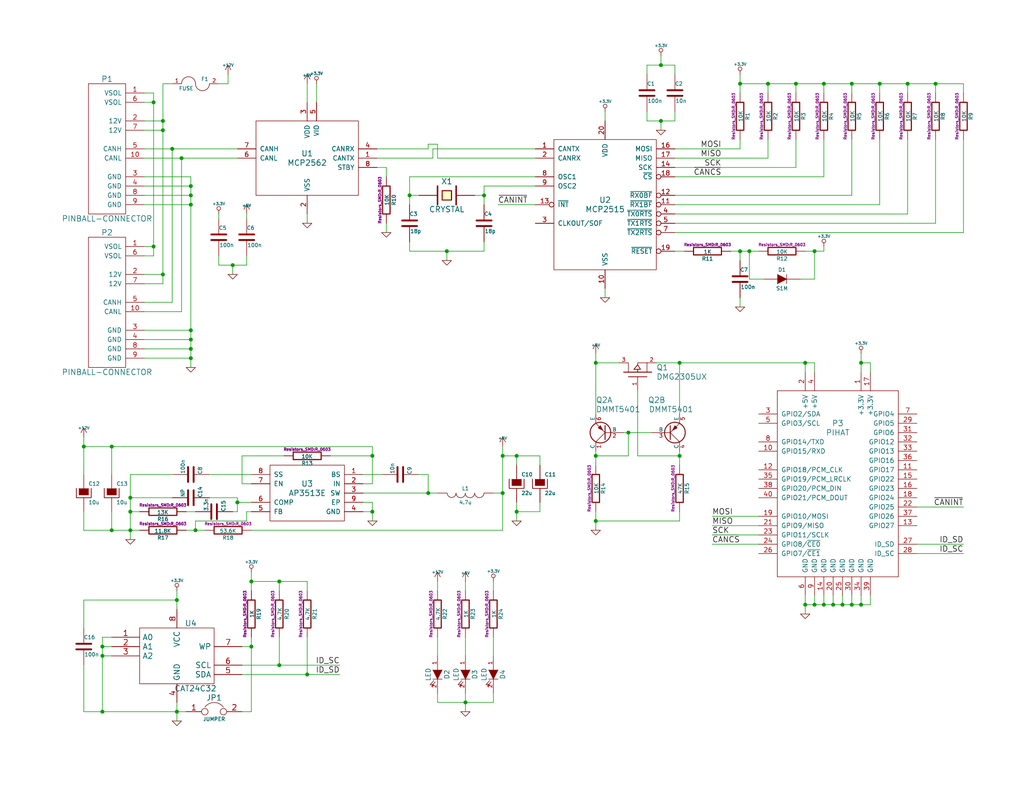
<source format=kicad_sch>
(kicad_sch (version 20230121) (generator eeschema)
  (paper "USLetter")
  (title_block (title "DIYPinball CAN HAT for Raspberry Pi") (date "Sunday, March 01, 2015") (rev "2.0") (company "DIYPinball.ca"))
  (junction (at 137.16 124.46))
  (junction (at 171.45 118.11))
  (junction (at 232.41 22.86))
  (junction (at 27.94 194.31))
  (junction (at 132.08 53.34))
  (junction (at 204.47 68.58))
  (junction (at 52.07 50.8))
  (junction (at 201.93 68.58))
  (junction (at 30.48 121.92))
  (junction (at 224.79 22.86))
  (junction (at 64.77 137.16))
  (junction (at 121.92 68.58))
  (junction (at 229.87 165.1))
  (junction (at 48.26 194.31))
  (junction (at 101.6 139.7))
  (junction (at 48.26 163.83))
  (junction (at 209.55 22.86))
  (junction (at 217.17 22.86))
  (junction (at 68.58 158.75))
  (junction (at 116.84 134.62))
  (junction (at 52.07 53.34))
  (junction (at 240.03 22.86))
  (junction (at 46.99 40.64))
  (junction (at 185.42 124.46))
  (junction (at 247.65 22.86))
  (junction (at 162.56 142.24))
  (junction (at 137.16 134.62))
  (junction (at 234.95 99.06))
  (junction (at 127 191.77))
  (junction (at 201.93 22.86))
  (junction (at 52.07 97.79))
  (junction (at 68.58 176.53))
  (junction (at 22.86 121.92))
  (junction (at 185.42 99.06))
  (junction (at 52.07 95.25))
  (junction (at 234.95 165.1))
  (junction (at 83.82 184.15))
  (junction (at 180.34 33.02))
  (junction (at 27.94 179.07))
  (junction (at 52.07 55.88))
  (junction (at 52.07 92.71))
  (junction (at 162.56 124.46))
  (junction (at 30.48 144.78))
  (junction (at 219.71 99.06))
  (junction (at 224.79 165.1))
  (junction (at 162.56 99.06))
  (junction (at 41.91 67.31))
  (junction (at 227.33 165.1))
  (junction (at 44.45 35.56))
  (junction (at 222.25 68.58))
  (junction (at 52.07 90.17))
  (junction (at 76.2 181.61))
  (junction (at 44.45 33.02))
  (junction (at 41.91 27.94))
  (junction (at 49.53 43.18))
  (junction (at 35.56 139.7))
  (junction (at 101.6 124.46))
  (junction (at 44.45 74.93))
  (junction (at 35.56 135.89))
  (junction (at 111.76 53.34))
  (junction (at 53.34 144.78))
  (junction (at 180.34 17.78))
  (junction (at 232.41 165.1))
  (junction (at 140.97 124.46))
  (junction (at 27.94 176.53))
  (junction (at 35.56 144.78))
  (junction (at 255.27 22.86))
  (junction (at 63.5 72.39))
  (junction (at 76.2 158.75))
  (junction (at 222.25 165.1))
  (junction (at 219.71 165.1))
  (junction (at 140.97 139.7))
  (wire (pts (xy 39.37 43.18) (xy 49.53 43.18)))
  (wire (pts (xy 201.93 22.86) (xy 209.55 22.86)))
  (wire (pts (xy 232.41 22.86) (xy 240.03 22.86)))
  (wire (pts (xy 66.04 132.08) (xy 68.58 132.08)))
  (wire (pts (xy 140.97 139.7) (xy 147.32 139.7)))
  (wire (pts (xy 147.32 139.7) (xy 147.32 137.16)))
  (wire (pts (xy 48.26 163.83) (xy 48.26 166.37)))
  (wire (pts (xy 119.38 39.37) (xy 119.38 43.18)))
  (wire (pts (xy 194.31 148.59) (xy 207.01 148.59)))
  (wire (pts (xy 30.48 144.78) (xy 35.56 144.78)))
  (wire (pts (xy 240.03 55.88) (xy 240.03 38.1)))
  (wire (pts (xy 76.2 158.75) (xy 76.2 161.29)))
  (wire (pts (xy 52.07 95.25) (xy 52.07 97.79)))
  (wire (pts (xy 180.34 33.02) (xy 184.15 33.02)))
  (wire (pts (xy 219.71 165.1) (xy 222.25 165.1)))
  (wire (pts (xy 48.26 161.29) (xy 48.26 163.83)))
  (wire (pts (xy 46.99 22.86) (xy 44.45 22.86)))
  (wire (pts (xy 39.37 92.71) (xy 52.07 92.71)))
  (wire (pts (xy 209.55 25.4) (xy 209.55 22.86)))
  (wire (pts (xy 39.37 53.34) (xy 52.07 53.34)))
  (wire (pts (xy 99.06 139.7) (xy 101.6 139.7)))
  (wire (pts (xy 99.06 134.62) (xy 116.84 134.62)))
  (wire (pts (xy 224.79 162.56) (xy 224.79 165.1)))
  (wire (pts (xy 140.97 139.7) (xy 140.97 142.24)))
  (wire (pts (xy 22.86 121.92) (xy 22.86 129.54)))
  (wire (pts (xy 90.17 124.46) (xy 101.6 124.46)))
  (wire (pts (xy 27.94 194.31) (xy 48.26 194.31)))
  (wire (pts (xy 116.84 39.37) (xy 119.38 39.37)))
  (wire (pts (xy 48.26 191.77) (xy 48.26 194.31)))
  (wire (pts (xy 44.45 35.56) (xy 44.45 74.93)))
  (wire (pts (xy 262.89 63.5) (xy 262.89 38.1)))
  (wire (pts (xy 99.06 129.54) (xy 104.14 129.54)))
  (wire (pts (xy 171.45 118.11) (xy 171.45 124.46)))
  (wire (pts (xy 194.31 143.51) (xy 207.01 143.51)))
  (wire (pts (xy 224.79 165.1) (xy 227.33 165.1)))
  (wire (pts (xy 173.99 106.68) (xy 173.99 124.46)))
  (wire (pts (xy 162.56 123.19) (xy 162.56 124.46)))
  (wire (pts (xy 67.31 72.39) (xy 67.31 69.85)))
  (wire (pts (xy 240.03 22.86) (xy 247.65 22.86)))
  (wire (pts (xy 219.71 68.58) (xy 222.25 68.58)))
  (wire (pts (xy 118.11 43.18) (xy 102.87 43.18)))
  (wire (pts (xy 184.15 63.5) (xy 262.89 63.5)))
  (wire (pts (xy 52.07 97.79) (xy 39.37 97.79)))
  (wire (pts (xy 44.45 33.02) (xy 44.45 35.56)))
  (wire (pts (xy 30.48 121.92) (xy 101.6 121.92)))
  (wire (pts (xy 218.44 76.2) (xy 222.25 76.2)))
  (wire (pts (xy 227.33 165.1) (xy 229.87 165.1)))
  (wire (pts (xy 22.86 144.78) (xy 22.86 139.7)))
  (wire (pts (xy 52.07 97.79) (xy 52.07 100.33)))
  (wire (pts (xy 146.05 40.64) (xy 118.11 40.64)))
  (wire (pts (xy 140.97 137.16) (xy 140.97 139.7)))
  (wire (pts (xy 132.08 53.34) (xy 132.08 55.88)))
  (wire (pts (xy 68.58 173.99) (xy 68.58 176.53)))
  (wire (pts (xy 83.82 22.86) (xy 83.82 27.94)))
  (wire (pts (xy 184.15 48.26) (xy 224.79 48.26)))
  (wire (pts (xy 68.58 156.21) (xy 68.58 158.75)))
  (wire (pts (xy 262.89 138.43) (xy 250.19 138.43)))
  (wire (pts (xy 204.47 76.2) (xy 204.47 68.58)))
  (wire (pts (xy 224.79 22.86) (xy 232.41 22.86)))
  (wire (pts (xy 116.84 134.62) (xy 116.84 129.54)))
  (wire (pts (xy 35.56 129.54) (xy 46.99 129.54)))
  (wire (pts (xy 48.26 163.83) (xy 22.86 163.83)))
  (wire (pts (xy 52.07 92.71) (xy 52.07 95.25)))
  (wire (pts (xy 52.07 53.34) (xy 52.07 55.88)))
  (wire (pts (xy 140.97 124.46) (xy 147.32 124.46)))
  (wire (pts (xy 66.04 181.61) (xy 76.2 181.61)))
  (wire (pts (xy 237.49 99.06) (xy 237.49 101.6)))
  (wire (pts (xy 35.56 129.54) (xy 35.56 135.89)))
  (wire (pts (xy 101.6 139.7) (xy 101.6 142.24)))
  (wire (pts (xy 201.93 71.12) (xy 201.93 68.58)))
  (wire (pts (xy 135.89 55.88) (xy 146.05 55.88)))
  (wire (pts (xy 222.25 165.1) (xy 222.25 162.56)))
  (wire (pts (xy 146.05 48.26) (xy 111.76 48.26)))
  (wire (pts (xy 67.31 139.7) (xy 67.31 142.24)))
  (wire (pts (xy 180.34 17.78) (xy 184.15 17.78)))
  (wire (pts (xy 111.76 53.34) (xy 111.76 55.88)))
  (wire (pts (xy 111.76 53.34) (xy 114.3 53.34)))
  (wire (pts (xy 22.86 119.38) (xy 22.86 121.92)))
  (wire (pts (xy 165.1 33.02) (xy 165.1 30.48)))
  (wire (pts (xy 83.82 60.96) (xy 83.82 58.42)))
  (wire (pts (xy 234.95 99.06) (xy 234.95 101.6)))
  (wire (pts (xy 171.45 124.46) (xy 162.56 124.46)))
  (wire (pts (xy 219.71 99.06) (xy 219.71 101.6)))
  (wire (pts (xy 39.37 55.88) (xy 52.07 55.88)))
  (wire (pts (xy 137.16 144.78) (xy 68.58 144.78)))
  (wire (pts (xy 59.69 58.42) (xy 59.69 59.69)))
  (wire (pts (xy 68.58 139.7) (xy 67.31 139.7)))
  (wire (pts (xy 101.6 132.08) (xy 99.06 132.08)))
  (wire (pts (xy 22.86 194.31) (xy 27.94 194.31)))
  (wire (pts (xy 46.99 82.55) (xy 46.99 40.64)))
  (wire (pts (xy 247.65 58.42) (xy 247.65 38.1)))
  (wire (pts (xy 39.37 95.25) (xy 52.07 95.25)))
  (wire (pts (xy 66.04 176.53) (xy 68.58 176.53)))
  (wire (pts (xy 134.62 191.77) (xy 134.62 189.23)))
  (wire (pts (xy 209.55 22.86) (xy 217.17 22.86)))
  (wire (pts (xy 116.84 134.62) (xy 119.38 134.62)))
  (wire (pts (xy 232.41 53.34) (xy 232.41 38.1)))
  (wire (pts (xy 48.26 194.31) (xy 48.26 196.85)))
  (wire (pts (xy 137.16 124.46) (xy 137.16 134.62)))
  (wire (pts (xy 170.18 118.11) (xy 171.45 118.11)))
  (wire (pts (xy 119.38 191.77) (xy 119.38 189.23)))
  (wire (pts (xy 41.91 67.31) (xy 41.91 69.85)))
  (wire (pts (xy 162.56 142.24) (xy 162.56 144.78)))
  (wire (pts (xy 50.8 144.78) (xy 53.34 144.78)))
  (wire (pts (xy 229.87 162.56) (xy 229.87 165.1)))
  (wire (pts (xy 134.62 161.29) (xy 134.62 158.75)))
  (wire (pts (xy 76.2 181.61) (xy 92.71 181.61)))
  (wire (pts (xy 111.76 68.58) (xy 121.92 68.58)))
  (wire (pts (xy 35.56 144.78) (xy 35.56 147.32)))
  (wire (pts (xy 137.16 134.62) (xy 137.16 144.78)))
  (wire (pts (xy 44.45 22.86) (xy 44.45 33.02)))
  (wire (pts (xy 86.36 22.86) (xy 86.36 27.94)))
  (wire (pts (xy 180.34 15.24) (xy 180.34 17.78)))
  (wire (pts (xy 127 161.29) (xy 127 158.75)))
  (wire (pts (xy 119.38 191.77) (xy 127 191.77)))
  (wire (pts (xy 234.95 96.52) (xy 234.95 99.06)))
  (wire (pts (xy 22.86 163.83) (xy 22.86 171.45)))
  (wire (pts (xy 101.6 137.16) (xy 101.6 139.7)))
  (wire (pts (xy 184.15 33.02) (xy 184.15 30.48)))
  (wire (pts (xy 127 191.77) (xy 134.62 191.77)))
  (wire (pts (xy 119.38 158.75) (xy 119.38 161.29)))
  (wire (pts (xy 64.77 135.89) (xy 57.15 135.89)))
  (wire (pts (xy 162.56 96.52) (xy 162.56 99.06)))
  (wire (pts (xy 30.48 176.53) (xy 27.94 176.53)))
  (wire (pts (xy 186.69 68.58) (xy 184.15 68.58)))
  (wire (pts (xy 64.77 135.89) (xy 64.77 137.16)))
  (wire (pts (xy 201.93 20.32) (xy 201.93 22.86)))
  (wire (pts (xy 46.99 135.89) (xy 35.56 135.89)))
  (wire (pts (xy 201.93 22.86) (xy 201.93 25.4)))
  (wire (pts (xy 185.42 123.19) (xy 185.42 124.46)))
  (wire (pts (xy 27.94 173.99) (xy 30.48 173.99)))
  (wire (pts (xy 146.05 50.8) (xy 132.08 50.8)))
  (wire (pts (xy 255.27 25.4) (xy 255.27 22.86)))
  (wire (pts (xy 68.58 129.54) (xy 57.15 129.54)))
  (wire (pts (xy 111.76 68.58) (xy 111.76 66.04)))
  (wire (pts (xy 229.87 165.1) (xy 232.41 165.1)))
  (wire (pts (xy 116.84 129.54) (xy 114.3 129.54)))
  (wire (pts (xy 30.48 144.78) (xy 30.48 139.7)))
  (wire (pts (xy 165.1 81.28) (xy 165.1 78.74)))
  (wire (pts (xy 59.69 72.39) (xy 63.5 72.39)))
  (wire (pts (xy 22.86 144.78) (xy 30.48 144.78)))
  (wire (pts (xy 63.5 74.93) (xy 63.5 72.39)))
  (wire (pts (xy 237.49 165.1) (xy 237.49 162.56)))
  (wire (pts (xy 185.42 124.46) (xy 185.42 127)))
  (wire (pts (xy 39.37 90.17) (xy 52.07 90.17)))
  (wire (pts (xy 208.28 76.2) (xy 204.47 76.2)))
  (wire (pts (xy 66.04 184.15) (xy 83.82 184.15)))
  (wire (pts (xy 168.91 99.06) (xy 162.56 99.06)))
  (wire (pts (xy 199.39 68.58) (xy 201.93 68.58)))
  (wire (pts (xy 132.08 68.58) (xy 132.08 66.04)))
  (wire (pts (xy 27.94 173.99) (xy 27.94 176.53)))
  (wire (pts (xy 134.62 179.07) (xy 134.62 173.99)))
  (wire (pts (xy 255.27 60.96) (xy 255.27 38.1)))
  (wire (pts (xy 68.58 158.75) (xy 76.2 158.75)))
  (wire (pts (xy 185.42 142.24) (xy 162.56 142.24)))
  (wire (pts (xy 176.53 33.02) (xy 180.34 33.02)))
  (wire (pts (xy 116.84 40.64) (xy 116.84 39.37)))
  (wire (pts (xy 222.25 76.2) (xy 222.25 68.58)))
  (wire (pts (xy 184.15 43.18) (xy 209.55 43.18)))
  (wire (pts (xy 52.07 50.8) (xy 52.07 53.34)))
  (wire (pts (xy 44.45 74.93) (xy 44.45 77.47)))
  (wire (pts (xy 68.58 137.16) (xy 64.77 137.16)))
  (wire (pts (xy 132.08 53.34) (xy 129.54 53.34)))
  (wire (pts (xy 53.34 144.78) (xy 55.88 144.78)))
  (wire (pts (xy 184.15 17.78) (xy 184.15 20.32)))
  (wire (pts (xy 67.31 58.42) (xy 67.31 59.69)))
  (wire (pts (xy 176.53 17.78) (xy 176.53 20.32)))
  (wire (pts (xy 184.15 58.42) (xy 247.65 58.42)))
  (wire (pts (xy 35.56 135.89) (xy 35.56 139.7)))
  (wire (pts (xy 162.56 99.06) (xy 162.56 113.03)))
  (wire (pts (xy 262.89 151.13) (xy 250.19 151.13)))
  (wire (pts (xy 222.25 68.58) (xy 224.79 68.58)))
  (wire (pts (xy 38.1 139.7) (xy 35.56 139.7)))
  (wire (pts (xy 39.37 35.56) (xy 44.45 35.56)))
  (wire (pts (xy 184.15 40.64) (xy 201.93 40.64)))
  (wire (pts (xy 255.27 22.86) (xy 262.89 22.86)))
  (wire (pts (xy 201.93 68.58) (xy 204.47 68.58)))
  (wire (pts (xy 64.77 137.16) (xy 64.77 139.7)))
  (wire (pts (xy 137.16 124.46) (xy 140.97 124.46)))
  (wire (pts (xy 22.86 194.31) (xy 22.86 181.61)))
  (wire (pts (xy 63.5 72.39) (xy 67.31 72.39)))
  (wire (pts (xy 66.04 124.46) (xy 66.04 132.08)))
  (wire (pts (xy 41.91 69.85) (xy 39.37 69.85)))
  (wire (pts (xy 59.69 72.39) (xy 59.69 69.85)))
  (wire (pts (xy 99.06 137.16) (xy 101.6 137.16)))
  (wire (pts (xy 22.86 121.92) (xy 30.48 121.92)))
  (wire (pts (xy 127 189.23) (xy 127 191.77)))
  (wire (pts (xy 49.53 85.09) (xy 39.37 85.09)))
  (wire (pts (xy 30.48 179.07) (xy 27.94 179.07)))
  (wire (pts (xy 53.34 139.7) (xy 50.8 139.7)))
  (wire (pts (xy 137.16 121.92) (xy 137.16 124.46)))
  (wire (pts (xy 179.07 99.06) (xy 185.42 99.06)))
  (wire (pts (xy 83.82 158.75) (xy 83.82 161.29)))
  (wire (pts (xy 176.53 17.78) (xy 180.34 17.78)))
  (wire (pts (xy 184.15 53.34) (xy 232.41 53.34)))
  (wire (pts (xy 27.94 179.07) (xy 27.94 194.31)))
  (wire (pts (xy 132.08 50.8) (xy 132.08 53.34)))
  (wire (pts (xy 68.58 176.53) (xy 68.58 194.31)))
  (wire (pts (xy 35.56 144.78) (xy 38.1 144.78)))
  (wire (pts (xy 224.79 25.4) (xy 224.79 22.86)))
  (wire (pts (xy 44.45 33.02) (xy 39.37 33.02)))
  (wire (pts (xy 240.03 25.4) (xy 240.03 22.86)))
  (wire (pts (xy 101.6 124.46) (xy 101.6 132.08)))
  (wire (pts (xy 41.91 27.94) (xy 41.91 67.31)))
  (wire (pts (xy 262.89 22.86) (xy 262.89 25.4)))
  (wire (pts (xy 67.31 142.24) (xy 53.34 142.24)))
  (wire (pts (xy 105.41 63.5) (xy 105.41 60.96)))
  (wire (pts (xy 232.41 165.1) (xy 234.95 165.1)))
  (wire (pts (xy 76.2 158.75) (xy 83.82 158.75)))
  (wire (pts (xy 127 179.07) (xy 127 173.99)))
  (wire (pts (xy 176.53 30.48) (xy 176.53 33.02)))
  (wire (pts (xy 44.45 77.47) (xy 39.37 77.47)))
  (wire (pts (xy 234.95 162.56) (xy 234.95 165.1)))
  (wire (pts (xy 83.82 184.15) (xy 92.71 184.15)))
  (wire (pts (xy 111.76 48.26) (xy 111.76 53.34)))
  (wire (pts (xy 222.25 165.1) (xy 224.79 165.1)))
  (wire (pts (xy 119.38 43.18) (xy 146.05 43.18)))
  (wire (pts (xy 162.56 124.46) (xy 162.56 127)))
  (wire (pts (xy 185.42 99.06) (xy 219.71 99.06)))
  (wire (pts (xy 219.71 162.56) (xy 219.71 165.1)))
  (wire (pts (xy 217.17 45.72) (xy 217.17 38.1)))
  (wire (pts (xy 27.94 176.53) (xy 27.94 179.07)))
  (wire (pts (xy 201.93 83.82) (xy 201.93 81.28)))
  (wire (pts (xy 52.07 55.88) (xy 52.07 90.17)))
  (wire (pts (xy 209.55 43.18) (xy 209.55 38.1)))
  (wire (pts (xy 39.37 40.64) (xy 46.99 40.64)))
  (wire (pts (xy 180.34 33.02) (xy 180.34 35.56)))
  (wire (pts (xy 137.16 134.62) (xy 134.62 134.62)))
  (wire (pts (xy 52.07 90.17) (xy 52.07 92.71)))
  (wire (pts (xy 185.42 113.03) (xy 185.42 99.06)))
  (wire (pts (xy 224.79 48.26) (xy 224.79 38.1)))
  (wire (pts (xy 247.65 22.86) (xy 255.27 22.86)))
  (wire (pts (xy 184.15 45.72) (xy 217.17 45.72)))
  (wire (pts (xy 194.31 140.97) (xy 207.01 140.97)))
  (wire (pts (xy 30.48 129.54) (xy 30.48 121.92)))
  (wire (pts (xy 127 191.77) (xy 127 194.31)))
  (wire (pts (xy 68.58 194.31) (xy 66.04 194.31)))
  (wire (pts (xy 64.77 139.7) (xy 63.5 139.7)))
  (wire (pts (xy 232.41 165.1) (xy 232.41 162.56)))
  (wire (pts (xy 247.65 25.4) (xy 247.65 22.86)))
  (wire (pts (xy 62.23 22.86) (xy 59.69 22.86)))
  (wire (pts (xy 39.37 25.4) (xy 41.91 25.4)))
  (wire (pts (xy 222.25 99.06) (xy 222.25 101.6)))
  (wire (pts (xy 173.99 124.46) (xy 185.42 124.46)))
  (wire (pts (xy 224.79 68.58) (xy 224.79 67.31)))
  (wire (pts (xy 105.41 48.26) (xy 105.41 45.72)))
  (wire (pts (xy 41.91 25.4) (xy 41.91 27.94)))
  (wire (pts (xy 68.58 158.75) (xy 68.58 161.29)))
  (wire (pts (xy 35.56 139.7) (xy 35.56 144.78)))
  (wire (pts (xy 227.33 165.1) (xy 227.33 162.56)))
  (wire (pts (xy 217.17 25.4) (xy 217.17 22.86)))
  (wire (pts (xy 121.92 71.12) (xy 121.92 68.58)))
  (wire (pts (xy 185.42 139.7) (xy 185.42 142.24)))
  (wire (pts (xy 48.26 194.31) (xy 50.8 194.31)))
  (wire (pts (xy 234.95 99.06) (xy 237.49 99.06)))
  (wire (pts (xy 39.37 67.31) (xy 41.91 67.31)))
  (wire (pts (xy 44.45 74.93) (xy 39.37 74.93)))
  (wire (pts (xy 77.47 124.46) (xy 66.04 124.46)))
  (wire (pts (xy 262.89 148.59) (xy 250.19 148.59)))
  (wire (pts (xy 49.53 43.18) (xy 49.53 85.09)))
  (wire (pts (xy 162.56 139.7) (xy 162.56 142.24)))
  (wire (pts (xy 234.95 165.1) (xy 237.49 165.1)))
  (wire (pts (xy 52.07 48.26) (xy 52.07 50.8)))
  (wire (pts (xy 119.38 179.07) (xy 119.38 173.99)))
  (wire (pts (xy 101.6 121.92) (xy 101.6 124.46)))
  (wire (pts (xy 201.93 40.64) (xy 201.93 38.1)))
  (wire (pts (xy 204.47 68.58) (xy 207.01 68.58)))
  (wire (pts (xy 121.92 68.58) (xy 132.08 68.58)))
  (wire (pts (xy 49.53 43.18) (xy 64.77 43.18)))
  (wire (pts (xy 83.82 184.15) (xy 83.82 173.99)))
  (wire (pts (xy 62.23 20.32) (xy 62.23 22.86)))
  (wire (pts (xy 46.99 40.64) (xy 64.77 40.64)))
  (wire (pts (xy 102.87 40.64) (xy 116.84 40.64)))
  (wire (pts (xy 171.45 118.11) (xy 177.8 118.11)))
  (wire (pts (xy 194.31 146.05) (xy 207.01 146.05)))
  (wire (pts (xy 217.17 22.86) (xy 224.79 22.86)))
  (wire (pts (xy 140.97 127) (xy 140.97 124.46)))
  (wire (pts (xy 184.15 60.96) (xy 255.27 60.96)))
  (wire (pts (xy 39.37 48.26) (xy 52.07 48.26)))
  (wire (pts (xy 53.34 142.24) (xy 53.34 144.78)))
  (wire (pts (xy 147.32 124.46) (xy 147.32 127)))
  (wire (pts (xy 219.71 165.1) (xy 219.71 167.64)))
  (wire (pts (xy 39.37 50.8) (xy 52.07 50.8)))
  (wire (pts (xy 39.37 82.55) (xy 46.99 82.55)))
  (wire (pts (xy 41.91 27.94) (xy 39.37 27.94)))
  (wire (pts (xy 105.41 45.72) (xy 102.87 45.72)))
  (wire (pts (xy 118.11 40.64) (xy 118.11 43.18)))
  (wire (pts (xy 232.41 25.4) (xy 232.41 22.86)))
  (wire (pts (xy 219.71 99.06) (xy 222.25 99.06)))
  (wire (pts (xy 184.15 55.88) (xy 240.03 55.88)))
  (wire (pts (xy 76.2 181.61) (xy 76.2 173.99)))
  (label "SCK" (at 196.85 45.72 180) (effects (font (size 1.524 1.524))))
  (label "ID_SC" (at 262.89 151.13 180) (effects (font (size 1.524 1.524))))
  (label "ID_SD" (at 92.71 184.15 180) (effects (font (size 1.524 1.524))))
  (label "ID_SC" (at 92.71 181.61 180) (effects (font (size 1.524 1.524))))
  (label "~{CANINT}" (at 262.89 138.43 180) (effects (font (size 1.524 1.524))))
  (label "~{CANCS}" (at 196.85 48.26 180) (effects (font (size 1.524 1.524))))
  (label "MISO" (at 194.31 143.51 0) (effects (font (size 1.524 1.524))))
  (label "SCK" (at 194.31 146.05 0) (effects (font (size 1.524 1.524))))
  (label "~{CANCS}" (at 194.31 148.59 0) (effects (font (size 1.524 1.524))))
  (label "ID_SD" (at 262.89 148.59 180) (effects (font (size 1.524 1.524))))
  (label "~{CANINT}" (at 135.89 55.88 0) (effects (font (size 1.524 1.524))))
  (label "MOSI" (at 194.31 140.97 0) (effects (font (size 1.524 1.524))))
  (label "MISO" (at 196.85 43.18 180) (effects (font (size 1.524 1.524))))
  (label "MOSI" (at 196.85 40.64 180) (effects (font (size 1.524 1.524))))
  (symbol (lib_id "diypinball-parts:PINBALL-CONNECTOR") (at 29.21 40.64 0) (unit 1)
    (property "Reference" "P1" (at 29.21 21.59 0) (effects (font (size 1.524 1.524))))
    (property "Value" "PINBALL-CONNECTOR" (at 29.21 59.69 0) (effects (font (size 1.524 1.524))))
    (property "Footprint" "PinballParts:PINBALL-CONNECTOR-V" (effects hide))
  )
  (symbol (lib_id "diypinball-parts:PINBALL-CONNECTOR") (at 29.21 82.55 0) (unit 1)
    (property "Reference" "P2" (at 29.21 63.5 0) (effects (font (size 1.524 1.524))))
    (property "Value" "PINBALL-CONNECTOR" (at 29.21 101.6 0) (effects (font (size 1.524 1.524))))
    (property "Footprint" "PinballParts:PINBALL-CONNECTOR-V" (effects hide))
  )
  (symbol (lib_id "diypinball-parts:MCP2562") (at 83.82 43.18 0) (mirror y) (unit 1)
    (property "Reference" "U1" (at 83.82 41.91 0) (effects (font (size 1.524 1.524))))
    (property "Value" "MCP2562" (at 83.82 44.45 0) (effects (font (size 1.524 1.524))))
    (property "Footprint" "Housings_SOIC:SOIC-8_3.9x4.9mm_Pitch1.27mm" (effects hide))
  )
  (symbol (lib_id "diypinball-parts:MCP2515") (at 165.1 55.88 0) (mirror y) (unit 1)
    (property "Reference" "U2" (at 165.1 54.61 0) (effects (font (size 1.524 1.524))))
    (property "Value" "MCP2515" (at 165.1 57.15 0) (effects (font (size 1.524 1.524))))
    (property "Footprint" "Housings_SSOP:SSOP-20_4.4x6.5mm_Pitch0.65mm" (effects hide))
  )
  (symbol (lib_id "diypinball-parts:AP3513E") (at 83.82 134.62 0) (mirror y) (unit 1)
    (property "Reference" "U3" (at 83.82 132.08 0) (effects (font (size 1.524 1.524))))
    (property "Value" "AP3513E" (at 83.82 134.62 0) (effects (font (size 1.524 1.524))))
    (property "Footprint" "Housings_SOIC:SOIC-8-1EP_3.9x4.9mm_Pitch1.27mm" (effects hide))
  )
  (symbol (lib_id "can-hat-r1-rescue:GND-RESCUE-can-hat-r1") (at 52.07 100.33 0) (unit 1)
    (property "Reference" "#PWR01" (effects hide))
    (property "Value" "GND" (effects hide))
  )
  (symbol (lib_id "can-hat-r1-rescue:GND-RESCUE-can-hat-r1") (at 83.82 60.96 0) (unit 1)
    (property "Reference" "#PWR02" (effects hide))
    (property "Value" "GND" (effects hide))
  )
  (symbol (lib_id "can-hat-r1-rescue:+5V") (at 83.82 22.86 0) (unit 1)
    (property "Reference" "#PWR03" (effects hide))
    (property "Value" "+5V" (at 83.82 20.574 0) (effects (font (size 0.762 0.762))))
  )
  (symbol (lib_id "can-hat-r1-rescue:+3,3V") (at 86.36 22.86 0) (unit 1)
    (property "Reference" "#PWR04" (effects hide))
    (property "Value" "+3,3V" (at 86.36 20.066 0) (effects (font (size 0.762 0.762))))
  )
  (symbol (lib_id "can-hat-r1-rescue:+3,3V") (at 165.1 30.48 0) (unit 1)
    (property "Reference" "#PWR05" (effects hide))
    (property "Value" "+3,3V" (at 165.1 27.686 0) (effects (font (size 0.762 0.762))))
  )
  (symbol (lib_id "can-hat-r1-rescue:GND-RESCUE-can-hat-r1") (at 165.1 81.28 0) (unit 1)
    (property "Reference" "#PWR06" (effects hide))
    (property "Value" "GND" (effects hide))
  )
  (symbol (lib_id "can-hat-r1-rescue:GND-RESCUE-can-hat-r1") (at 101.6 142.24 0) (mirror y) (unit 1)
    (property "Reference" "#PWR07" (effects hide))
    (property "Value" "GND" (effects hide))
  )
  (symbol (lib_id "diypinball-parts:PIHAT") (at 228.6 132.08 0) (unit 1)
    (property "Reference" "P3" (at 228.6 115.57 0) (effects (font (size 1.524 1.524))))
    (property "Value" "PIHAT" (at 228.6 118.11 0) (effects (font (size 1.524 1.524))))
    (property "Footprint" "PinballParts:PIHAT" (effects hide))
  )
  (symbol (lib_id "can-hat-r1-rescue:GND-RESCUE-can-hat-r1") (at 219.71 167.64 0) (unit 1)
    (property "Reference" "#PWR08" (effects hide))
    (property "Value" "GND" (effects hide))
  )
  (symbol (lib_id "can-hat-r1-rescue:R-RESCUE-can-hat-r1") (at 201.93 31.75 0) (unit 1)
    (property "Reference" "R1" (at 203.962 31.75 90) (effects (font (size 1.016 1.016))))
    (property "Value" "10K" (at 202.1078 31.7246 90) (effects (font (size 1.016 1.016))))
    (property "Footprint" "Resistors_SMD:R_0603" (at 200.152 31.75 90) (effects (font (size 0.762 0.762))))
  )
  (symbol (lib_id "can-hat-r1-rescue:R-RESCUE-can-hat-r1") (at 209.55 31.75 0) (unit 1)
    (property "Reference" "R2" (at 211.582 31.75 90) (effects (font (size 1.016 1.016))))
    (property "Value" "10K" (at 209.7278 31.7246 90) (effects (font (size 1.016 1.016))))
    (property "Footprint" "Resistors_SMD:R_0603" (at 207.772 31.75 90) (effects (font (size 0.762 0.762))))
  )
  (symbol (lib_id "can-hat-r1-rescue:R-RESCUE-can-hat-r1") (at 217.17 31.75 0) (unit 1)
    (property "Reference" "R3" (at 219.202 31.75 90) (effects (font (size 1.016 1.016))))
    (property "Value" "10K" (at 217.3478 31.7246 90) (effects (font (size 1.016 1.016))))
    (property "Footprint" "Resistors_SMD:R_0603" (at 215.392 31.75 90) (effects (font (size 0.762 0.762))))
  )
  (symbol (lib_id "can-hat-r1-rescue:R-RESCUE-can-hat-r1") (at 224.79 31.75 0) (unit 1)
    (property "Reference" "R4" (at 226.822 31.75 90) (effects (font (size 1.016 1.016))))
    (property "Value" "10K" (at 224.9678 31.7246 90) (effects (font (size 1.016 1.016))))
    (property "Footprint" "Resistors_SMD:R_0603" (at 223.012 31.75 90) (effects (font (size 0.762 0.762))))
  )
  (symbol (lib_id "can-hat-r1-rescue:R-RESCUE-can-hat-r1") (at 232.41 31.75 0) (unit 1)
    (property "Reference" "R5" (at 234.442 31.75 90) (effects (font (size 1.016 1.016))))
    (property "Value" "10K" (at 232.5878 31.7246 90) (effects (font (size 1.016 1.016))))
    (property "Footprint" "Resistors_SMD:R_0603" (at 230.632 31.75 90) (effects (font (size 0.762 0.762))))
  )
  (symbol (lib_id "can-hat-r1-rescue:R-RESCUE-can-hat-r1") (at 240.03 31.75 0) (unit 1)
    (property "Reference" "R6" (at 242.062 31.75 90) (effects (font (size 1.016 1.016))))
    (property "Value" "10K" (at 240.2078 31.7246 90) (effects (font (size 1.016 1.016))))
    (property "Footprint" "Resistors_SMD:R_0603" (at 238.252 31.75 90) (effects (font (size 0.762 0.762))))
  )
  (symbol (lib_id "can-hat-r1-rescue:R-RESCUE-can-hat-r1") (at 247.65 31.75 0) (unit 1)
    (property "Reference" "R7" (at 249.682 31.75 90) (effects (font (size 1.016 1.016))))
    (property "Value" "10K" (at 247.8278 31.7246 90) (effects (font (size 1.016 1.016))))
    (property "Footprint" "Resistors_SMD:R_0603" (at 245.872 31.75 90) (effects (font (size 0.762 0.762))))
  )
  (symbol (lib_id "can-hat-r1-rescue:R-RESCUE-can-hat-r1") (at 255.27 31.75 0) (unit 1)
    (property "Reference" "R8" (at 257.302 31.75 90) (effects (font (size 1.016 1.016))))
    (property "Value" "10K" (at 255.4478 31.7246 90) (effects (font (size 1.016 1.016))))
    (property "Footprint" "Resistors_SMD:R_0603" (at 253.492 31.75 90) (effects (font (size 0.762 0.762))))
  )
  (symbol (lib_id "can-hat-r1-rescue:R-RESCUE-can-hat-r1") (at 262.89 31.75 0) (unit 1)
    (property "Reference" "R9" (at 264.922 31.75 90) (effects (font (size 1.016 1.016))))
    (property "Value" "10K" (at 263.0678 31.7246 90) (effects (font (size 1.016 1.016))))
    (property "Footprint" "Resistors_SMD:R_0603" (at 261.112 31.75 90) (effects (font (size 0.762 0.762))))
  )
  (symbol (lib_id "can-hat-r1-rescue:+3,3V") (at 201.93 20.32 0) (unit 1)
    (property "Reference" "#PWR09" (effects hide))
    (property "Value" "+3,3V" (at 201.93 17.526 0) (effects (font (size 0.762 0.762))))
  )
  (symbol (lib_id "can-hat-r1-rescue:C-RESCUE-can-hat-r1") (at 176.53 25.4 0) (unit 1)
    (property "Reference" "C1" (at 176.53 22.86 0) (effects (font (size 1.016 1.016)) (justify left)))
    (property "Value" "100n" (at 176.6824 27.559 0) (effects (font (size 1.016 1.016)) (justify left)))
    (property "Footprint" "Capacitors_SMD:C_0603" (effects hide))
  )
  (symbol (lib_id "can-hat-r1-rescue:C-RESCUE-can-hat-r1") (at 184.15 25.4 0) (unit 1)
    (property "Reference" "C2" (at 184.15 22.86 0) (effects (font (size 1.016 1.016)) (justify left)))
    (property "Value" "10n" (at 184.3024 27.559 0) (effects (font (size 1.016 1.016)) (justify left)))
    (property "Footprint" "Capacitors_SMD:C_0603" (effects hide))
  )
  (symbol (lib_id "can-hat-r1-rescue:GND-RESCUE-can-hat-r1") (at 180.34 35.56 0) (unit 1)
    (property "Reference" "#PWR010" (effects hide))
    (property "Value" "GND" (effects hide))
  )
  (symbol (lib_id "can-hat-r1-rescue:+3,3V") (at 180.34 15.24 0) (unit 1)
    (property "Reference" "#PWR011" (effects hide))
    (property "Value" "+3,3V" (at 180.34 12.446 0) (effects (font (size 0.762 0.762))))
  )
  (symbol (lib_id "can-hat-r1-rescue:C-RESCUE-can-hat-r1") (at 59.69 64.77 0) (unit 1)
    (property "Reference" "C5" (at 59.69 62.23 0) (effects (font (size 1.016 1.016)) (justify left)))
    (property "Value" "100n" (at 59.8424 66.929 0) (effects (font (size 1.016 1.016)) (justify left)))
    (property "Footprint" "Capacitors_SMD:C_0603" (effects hide))
  )
  (symbol (lib_id "can-hat-r1-rescue:C-RESCUE-can-hat-r1") (at 67.31 64.77 0) (unit 1)
    (property "Reference" "C6" (at 67.31 62.23 0) (effects (font (size 1.016 1.016)) (justify left)))
    (property "Value" "100n" (at 67.4624 66.929 0) (effects (font (size 1.016 1.016)) (justify left)))
    (property "Footprint" "Capacitors_SMD:C_0603" (effects hide))
  )
  (symbol (lib_id "can-hat-r1-rescue:GND-RESCUE-can-hat-r1") (at 63.5 74.93 0) (unit 1)
    (property "Reference" "#PWR012" (effects hide))
    (property "Value" "GND" (effects hide))
  )
  (symbol (lib_id "can-hat-r1-rescue:+3,3V") (at 59.69 58.42 0) (unit 1)
    (property "Reference" "#PWR013" (effects hide))
    (property "Value" "+3,3V" (at 59.69 55.626 0) (effects (font (size 0.762 0.762))))
  )
  (symbol (lib_id "can-hat-r1-rescue:+5V") (at 67.31 58.42 0) (unit 1)
    (property "Reference" "#PWR014" (effects hide))
    (property "Value" "+5V" (at 67.31 56.134 0) (effects (font (size 0.762 0.762))))
  )
  (symbol (lib_id "can-hat-r1-rescue:R-RESCUE-can-hat-r1") (at 193.04 68.58 270) (unit 1)
    (property "Reference" "R11" (at 193.04 70.612 90) (effects (font (size 1.016 1.016))))
    (property "Value" "1K" (at 193.0654 68.7578 90) (effects (font (size 1.016 1.016))))
    (property "Footprint" "Resistors_SMD:R_0603" (at 193.04 66.802 90) (effects (font (size 0.762 0.762))))
  )
  (symbol (lib_id "can-hat-r1-rescue:C-RESCUE-can-hat-r1") (at 201.93 76.2 0) (unit 1)
    (property "Reference" "C7" (at 201.93 73.66 0) (effects (font (size 1.016 1.016)) (justify left)))
    (property "Value" "100n" (at 202.0824 78.359 0) (effects (font (size 1.016 1.016)) (justify left)))
    (property "Footprint" "Capacitors_SMD:C_0603" (effects hide))
  )
  (symbol (lib_id "can-hat-r1-rescue:R-RESCUE-can-hat-r1") (at 213.36 68.58 270) (unit 1)
    (property "Reference" "R12" (at 213.36 70.612 90) (effects (font (size 1.016 1.016))))
    (property "Value" "10K" (at 213.3854 68.7578 90) (effects (font (size 1.016 1.016))))
    (property "Footprint" "Resistors_SMD:R_0603" (at 213.36 66.802 90) (effects (font (size 0.762 0.762))))
  )
  (symbol (lib_id "can-hat-r1-rescue:DIODE") (at 213.36 76.2 0) (unit 1)
    (property "Reference" "D1" (at 213.36 73.66 0) (effects (font (size 1.016 1.016))))
    (property "Value" "S1M" (at 213.36 78.74 0) (effects (font (size 1.016 1.016))))
    (property "Footprint" "Diodes_SMD:Diode-SMA_Standard" (effects hide))
  )
  (symbol (lib_id "can-hat-r1-rescue:GND-RESCUE-can-hat-r1") (at 201.93 83.82 0) (unit 1)
    (property "Reference" "#PWR015" (effects hide))
    (property "Value" "GND" (effects hide))
  )
  (symbol (lib_id "can-hat-r1-rescue:+3,3V") (at 224.79 67.31 0) (unit 1)
    (property "Reference" "#PWR016" (effects hide))
    (property "Value" "+3,3V" (at 224.79 64.516 0) (effects (font (size 0.762 0.762))))
  )
  (symbol (lib_id "can-hat-r1-rescue:R-RESCUE-can-hat-r1") (at 105.41 54.61 0) (unit 1)
    (property "Reference" "R10" (at 107.442 54.61 90) (effects (font (size 1.016 1.016))))
    (property "Value" "10K" (at 105.5878 54.5846 90) (effects (font (size 1.016 1.016))))
    (property "Footprint" "Resistors_SMD:R_0603" (at 103.632 54.61 90) (effects (font (size 0.762 0.762))))
  )
  (symbol (lib_id "can-hat-r1-rescue:GND-RESCUE-can-hat-r1") (at 105.41 63.5 0) (unit 1)
    (property "Reference" "#PWR017" (effects hide))
    (property "Value" "GND" (effects hide))
  )
  (symbol (lib_id "can-hat-r1-rescue:CRYSTAL") (at 121.92 53.34 0) (unit 1)
    (property "Reference" "X1" (at 121.92 49.53 0) (effects (font (size 1.524 1.524))))
    (property "Value" "CRYSTAL" (at 121.92 57.15 0) (effects (font (size 1.524 1.524))))
    (property "Footprint" "Crystals_Oscillators_SMD:Q_49U3HMS" (effects hide))
  )
  (symbol (lib_id "can-hat-r1-rescue:C-RESCUE-can-hat-r1") (at 111.76 60.96 0) (unit 1)
    (property "Reference" "C3" (at 111.76 58.42 0) (effects (font (size 1.016 1.016)) (justify left)))
    (property "Value" "18p" (at 111.9124 63.119 0) (effects (font (size 1.016 1.016)) (justify left)))
    (property "Footprint" "Capacitors_SMD:C_0603" (effects hide))
  )
  (symbol (lib_id "can-hat-r1-rescue:C-RESCUE-can-hat-r1") (at 132.08 60.96 0) (unit 1)
    (property "Reference" "C4" (at 132.08 58.42 0) (effects (font (size 1.016 1.016)) (justify left)))
    (property "Value" "18p" (at 132.2324 63.119 0) (effects (font (size 1.016 1.016)) (justify left)))
    (property "Footprint" "Capacitors_SMD:C_0603" (effects hide))
  )
  (symbol (lib_id "can-hat-r1-rescue:GND-RESCUE-can-hat-r1") (at 121.92 71.12 0) (unit 1)
    (property "Reference" "#PWR018" (effects hide))
    (property "Value" "GND" (effects hide))
  )
  (symbol (lib_id "can-hat-r1-rescue:24C16") (at 48.26 179.07 0) (unit 1)
    (property "Reference" "U4" (at 52.07 170.18 0) (effects (font (size 1.524 1.524))))
    (property "Value" "CAT24C32" (at 53.34 187.96 0) (effects (font (size 1.524 1.524))))
    (property "Footprint" "Housings_SOIC:SOIC-8_3.9x4.9mm_Pitch1.27mm" (effects hide))
  )
  (symbol (lib_id "can-hat-r1-rescue:GND-RESCUE-can-hat-r1") (at 48.26 196.85 0) (unit 1)
    (property "Reference" "#PWR019" (effects hide))
    (property "Value" "GND" (effects hide))
  )
  (symbol (lib_id "can-hat-r1-rescue:+3,3V") (at 48.26 161.29 0) (unit 1)
    (property "Reference" "#PWR020" (effects hide))
    (property "Value" "+3,3V" (at 48.26 158.496 0) (effects (font (size 0.762 0.762))))
  )
  (symbol (lib_id "can-hat-r1-rescue:C-RESCUE-can-hat-r1") (at 22.86 176.53 0) (unit 1)
    (property "Reference" "C16" (at 22.86 173.99 0) (effects (font (size 1.016 1.016)) (justify left)))
    (property "Value" "100n" (at 23.0124 178.689 0) (effects (font (size 1.016 1.016)) (justify left)))
    (property "Footprint" "Capacitors_SMD:C_0603" (effects hide))
  )
  (symbol (lib_id "can-hat-r1-rescue:R-RESCUE-can-hat-r1") (at 68.58 167.64 0) (unit 1)
    (property "Reference" "R19" (at 70.612 167.64 90) (effects (font (size 1.016 1.016))))
    (property "Value" "1K" (at 68.7578 167.6146 90) (effects (font (size 1.016 1.016))))
    (property "Footprint" "Resistors_SMD:R_0603" (at 66.802 167.64 90) (effects (font (size 0.762 0.762))))
  )
  (symbol (lib_id "can-hat-r1-rescue:R-RESCUE-can-hat-r1") (at 76.2 167.64 0) (unit 1)
    (property "Reference" "R20" (at 78.232 167.64 90) (effects (font (size 1.016 1.016))))
    (property "Value" "4.7K" (at 76.3778 167.6146 90) (effects (font (size 1.016 1.016))))
    (property "Footprint" "Resistors_SMD:R_0603" (at 74.422 167.64 90) (effects (font (size 0.762 0.762))))
  )
  (symbol (lib_id "can-hat-r1-rescue:R-RESCUE-can-hat-r1") (at 83.82 167.64 0) (unit 1)
    (property "Reference" "R21" (at 85.852 167.64 90) (effects (font (size 1.016 1.016))))
    (property "Value" "4.7K" (at 83.9978 167.6146 90) (effects (font (size 1.016 1.016))))
    (property "Footprint" "Resistors_SMD:R_0603" (at 82.042 167.64 90) (effects (font (size 0.762 0.762))))
  )
  (symbol (lib_id "can-hat-r1-rescue:+3,3V") (at 68.58 156.21 0) (unit 1)
    (property "Reference" "#PWR021" (effects hide))
    (property "Value" "+3,3V" (at 68.58 153.416 0) (effects (font (size 0.762 0.762))))
  )
  (symbol (lib_id "can-hat-r1-rescue:JUMPER") (at 58.42 194.31 0) (unit 1)
    (property "Reference" "JP1" (at 58.42 190.5 0) (effects (font (size 1.524 1.524))))
    (property "Value" "JUMPER" (at 58.42 196.342 0) (effects (font (size 1.016 1.016))))
    (property "Footprint" "open-project:S_JUMPER_2" (effects hide))
  )
  (symbol (lib_id "can-hat-r1-rescue:R-RESCUE-can-hat-r1") (at 83.82 124.46 90) (mirror x) (unit 1)
    (property "Reference" "R13" (at 83.82 126.492 90) (effects (font (size 1.016 1.016))))
    (property "Value" "10K" (at 83.7946 124.6378 90) (effects (font (size 1.016 1.016))))
    (property "Footprint" "Resistors_SMD:R_0603" (at 83.82 122.682 90) (effects (font (size 0.762 0.762))))
  )
  (symbol (lib_id "can-hat-r1-rescue:C-RESCUE-can-hat-r1") (at 58.42 139.7 270) (mirror x) (unit 1)
    (property "Reference" "C15" (at 60.96 139.7 0) (effects (font (size 1.016 1.016)) (justify left)))
    (property "Value" "3.3n" (at 56.261 139.5476 0) (effects (font (size 1.016 1.016)) (justify left)))
    (property "Footprint" "Capacitors_SMD:C_0603" (effects hide))
  )
  (symbol (lib_id "can-hat-r1-rescue:R-RESCUE-can-hat-r1") (at 44.45 139.7 90) (mirror x) (unit 1)
    (property "Reference" "R16" (at 44.45 141.732 90) (effects (font (size 1.016 1.016))))
    (property "Value" "13K" (at 44.4246 139.8778 90) (effects (font (size 1.016 1.016))))
    (property "Footprint" "Resistors_SMD:R_0603" (at 44.45 137.922 90) (effects (font (size 0.762 0.762))))
  )
  (symbol (lib_id "can-hat-r1-rescue:C-RESCUE-can-hat-r1") (at 52.07 135.89 270) (mirror x) (unit 1)
    (property "Reference" "C14" (at 54.61 135.89 0) (effects (font (size 1.016 1.016)) (justify left)))
    (property "Value" "NP" (at 49.911 135.7376 0) (effects (font (size 1.016 1.016)) (justify left)))
    (property "Footprint" "Capacitors_SMD:C_0603" (effects hide))
  )
  (symbol (lib_id "can-hat-r1-rescue:C-RESCUE-can-hat-r1") (at 52.07 129.54 270) (mirror x) (unit 1)
    (property "Reference" "C8" (at 54.61 129.54 0) (effects (font (size 1.016 1.016)) (justify left)))
    (property "Value" "100n" (at 49.911 129.3876 0) (effects (font (size 1.016 1.016)) (justify left)))
    (property "Footprint" "Capacitors_SMD:C_0603" (effects hide))
  )
  (symbol (lib_id "can-hat-r1-rescue:GND-RESCUE-can-hat-r1") (at 35.56 147.32 0) (mirror y) (unit 1)
    (property "Reference" "#PWR022" (effects hide))
    (property "Value" "GND" (effects hide))
  )
  (symbol (lib_id "can-hat-r1-rescue:C-RESCUE-can-hat-r1") (at 109.22 129.54 270) (mirror x) (unit 1)
    (property "Reference" "C9" (at 111.76 129.54 0) (effects (font (size 1.016 1.016)) (justify left)))
    (property "Value" "10n" (at 107.061 129.3876 0) (effects (font (size 1.016 1.016)) (justify left)))
    (property "Footprint" "Capacitors_SMD:C_0603" (effects hide))
  )
  (symbol (lib_id "can-hat-r1-rescue:INDUCTOR") (at 127 134.62 90) (mirror x) (unit 1)
    (property "Reference" "L1" (at 127 133.35 90) (effects (font (size 1.016 1.016))))
    (property "Value" "4.7u" (at 127 137.16 90) (effects (font (size 1.016 1.016))))
    (property "Footprint" "Inductors:SELF-WE-PD-XXL" (effects hide))
  )
  (symbol (lib_id "can-hat-r1-rescue:R-RESCUE-can-hat-r1") (at 44.45 144.78 90) (mirror x) (unit 1)
    (property "Reference" "R17" (at 44.45 146.812 90) (effects (font (size 1.016 1.016))))
    (property "Value" "11.8K" (at 44.4246 144.9578 90) (effects (font (size 1.016 1.016))))
    (property "Footprint" "Resistors_SMD:R_0603" (at 44.45 143.002 90) (effects (font (size 0.762 0.762))))
  )
  (symbol (lib_id "can-hat-r1-rescue:R-RESCUE-can-hat-r1") (at 62.23 144.78 90) (mirror x) (unit 1)
    (property "Reference" "R18" (at 62.23 146.812 90) (effects (font (size 1.016 1.016))))
    (property "Value" "53.6K" (at 62.2046 144.9578 90) (effects (font (size 1.016 1.016))))
    (property "Footprint" "Resistors_SMD:R_0603" (at 62.23 143.002 90) (effects (font (size 0.762 0.762))))
  )
  (symbol (lib_id "can-hat-r1-rescue:+5V") (at 137.16 121.92 0) (unit 1)
    (property "Reference" "#PWR023" (effects hide))
    (property "Value" "+5V" (at 137.16 119.634 0) (effects (font (size 0.762 0.762))))
  )
  (symbol (lib_id "can-hat-r1-rescue:+12V") (at 22.86 119.38 0) (unit 1)
    (property "Reference" "#PWR024" (effects hide))
    (property "Value" "+12V" (at 22.86 116.84 0) (effects (font (size 0.762 0.762))))
  )
  (symbol (lib_id "can-hat-r1-rescue:CP-RESCUE-can-hat-r1") (at 22.86 134.62 0) (unit 1)
    (property "Reference" "C12" (at 24.13 132.08 0) (effects (font (size 1.016 1.016)) (justify left)))
    (property "Value" "10u" (at 24.13 137.16 0) (effects (font (size 1.016 1.016)) (justify left)))
    (property "Footprint" "Capacitors_SMD:c_elec_5x5.8" (effects hide))
  )
  (symbol (lib_id "can-hat-r1-rescue:CP-RESCUE-can-hat-r1") (at 30.48 134.62 0) (unit 1)
    (property "Reference" "C13" (at 31.75 132.08 0) (effects (font (size 1.016 1.016)) (justify left)))
    (property "Value" "10u" (at 31.75 137.16 0) (effects (font (size 1.016 1.016)) (justify left)))
    (property "Footprint" "Capacitors_SMD:c_elec_5x5.8" (effects hide))
  )
  (symbol (lib_id "can-hat-r1-rescue:CP-RESCUE-can-hat-r1") (at 140.97 132.08 0) (unit 1)
    (property "Reference" "C10" (at 142.24 129.54 0) (effects (font (size 1.016 1.016)) (justify left)))
    (property "Value" "22u" (at 142.24 134.62 0) (effects (font (size 1.016 1.016)) (justify left)))
    (property "Footprint" "Capacitors_SMD:c_elec_5x5.8" (effects hide))
  )
  (symbol (lib_id "can-hat-r1-rescue:CP-RESCUE-can-hat-r1") (at 147.32 132.08 0) (unit 1)
    (property "Reference" "C11" (at 148.59 129.54 0) (effects (font (size 1.016 1.016)) (justify left)))
    (property "Value" "22u" (at 148.59 134.62 0) (effects (font (size 1.016 1.016)) (justify left)))
    (property "Footprint" "Capacitors_SMD:c_elec_5x5.8" (effects hide))
  )
  (symbol (lib_id "can-hat-r1-rescue:GND-RESCUE-can-hat-r1") (at 140.97 142.24 0) (unit 1)
    (property "Reference" "#PWR025" (effects hide))
    (property "Value" "GND" (effects hide))
  )
  (symbol (lib_id "can-hat-r1-rescue:R-RESCUE-can-hat-r1") (at 119.38 167.64 0) (unit 1)
    (property "Reference" "R22" (at 121.412 167.64 90) (effects (font (size 1.016 1.016))))
    (property "Value" "4.7K" (at 119.5578 167.6146 90) (effects (font (size 1.016 1.016))))
    (property "Footprint" "Resistors_SMD:R_0603" (at 117.602 167.64 90) (effects (font (size 0.762 0.762))))
  )
  (symbol (lib_id "can-hat-r1-rescue:R-RESCUE-can-hat-r1") (at 127 167.64 0) (unit 1)
    (property "Reference" "R23" (at 129.032 167.64 90) (effects (font (size 1.016 1.016))))
    (property "Value" "1K" (at 127.1778 167.6146 90) (effects (font (size 1.016 1.016))))
    (property "Footprint" "Resistors_SMD:R_0603" (at 125.222 167.64 90) (effects (font (size 0.762 0.762))))
  )
  (symbol (lib_id "can-hat-r1-rescue:R-RESCUE-can-hat-r1") (at 134.62 167.64 0) (unit 1)
    (property "Reference" "R24" (at 136.652 167.64 90) (effects (font (size 1.016 1.016))))
    (property "Value" "1K" (at 134.7978 167.6146 90) (effects (font (size 1.016 1.016))))
    (property "Footprint" "Resistors_SMD:R_0603" (at 132.842 167.64 90) (effects (font (size 0.762 0.762))))
  )
  (symbol (lib_id "can-hat-r1-rescue:LED-RESCUE-can-hat-r1") (at 119.38 184.15 270) (unit 1)
    (property "Reference" "D2" (at 121.92 184.15 0))
    (property "Value" "LED" (at 116.84 184.15 0))
    (property "Footprint" "LEDs:LED-0603" (effects hide))
  )
  (symbol (lib_id "can-hat-r1-rescue:LED-RESCUE-can-hat-r1") (at 127 184.15 270) (unit 1)
    (property "Reference" "D3" (at 129.54 184.15 0))
    (property "Value" "LED" (at 124.46 184.15 0))
    (property "Footprint" "LEDs:LED-0603" (effects hide))
  )
  (symbol (lib_id "can-hat-r1-rescue:LED-RESCUE-can-hat-r1") (at 134.62 184.15 270) (unit 1)
    (property "Reference" "D4" (at 137.16 184.15 0))
    (property "Value" "LED" (at 132.08 184.15 0))
    (property "Footprint" "LEDs:LED-0603" (effects hide))
  )
  (symbol (lib_id "can-hat-r1-rescue:GND-RESCUE-can-hat-r1") (at 127 194.31 0) (unit 1)
    (property "Reference" "#PWR026" (effects hide))
    (property "Value" "GND" (effects hide))
  )
  (symbol (lib_id "can-hat-r1-rescue:+3,3V") (at 134.62 158.75 0) (unit 1)
    (property "Reference" "#PWR027" (effects hide))
    (property "Value" "+3,3V" (at 134.62 155.956 0) (effects (font (size 0.762 0.762))))
  )
  (symbol (lib_id "can-hat-r1-rescue:+5V") (at 127 158.75 0) (unit 1)
    (property "Reference" "#PWR028" (effects hide))
    (property "Value" "+5V" (at 127 156.464 0) (effects (font (size 0.762 0.762))))
  )
  (symbol (lib_id "can-hat-r1-rescue:+12V") (at 119.38 158.75 0) (unit 1)
    (property "Reference" "#PWR029" (effects hide))
    (property "Value" "+12V" (at 119.38 156.21 0) (effects (font (size 0.762 0.762))))
  )
  (symbol (lib_id "can-hat-r1-rescue:+3,3V") (at 234.95 96.52 0) (unit 1)
    (property "Reference" "#PWR030" (effects hide))
    (property "Value" "+3,3V" (at 234.95 93.726 0) (effects (font (size 0.762 0.762))))
  )
  (symbol (lib_id "can-hat-r1-rescue:+5V") (at 162.56 96.52 0) (unit 1)
    (property "Reference" "#PWR031" (effects hide))
    (property "Value" "+5V" (at 162.56 94.234 0) (effects (font (size 0.762 0.762))))
  )
  (symbol (lib_id "diypinball-parts:DMMT5401") (at 165.1 118.11 180) (unit 1)
    (property "Reference" "Q2" (at 162.56 109.22 0) (effects (font (size 1.524 1.524)) (justify right)))
    (property "Value" "DMMT5401" (at 162.56 111.76 0) (effects (font (size 1.524 1.524)) (justify right)))
    (property "Footprint" "Housings_SOT-23_SOT-143_TSOT-6:SOT-23-6" (effects hide))
  )
  (symbol (lib_id "diypinball-parts:DMMT5401") (at 182.88 118.11 0) (mirror x) (unit 2)
    (property "Reference" "Q2" (at 181.61 109.22 0) (effects (font (size 1.524 1.524)) (justify right)))
    (property "Value" "DMMT5401" (at 189.23 111.76 0) (effects (font (size 1.524 1.524)) (justify right)))
    (property "Footprint" "Housings_SOT-23_SOT-143_TSOT-6:SOT-23-6" (effects hide))
  )
  (symbol (lib_id "can-hat-r1-rescue:R-RESCUE-can-hat-r1") (at 162.56 133.35 0) (unit 1)
    (property "Reference" "R14" (at 164.592 133.35 90) (effects (font (size 1.016 1.016))))
    (property "Value" "10K" (at 162.7378 133.3246 90) (effects (font (size 1.016 1.016))))
    (property "Footprint" "Resistors_SMD:R_0603" (at 160.782 133.35 90) (effects (font (size 0.762 0.762))))
  )
  (symbol (lib_id "can-hat-r1-rescue:R-RESCUE-can-hat-r1") (at 185.42 133.35 0) (unit 1)
    (property "Reference" "R15" (at 187.452 133.35 90) (effects (font (size 1.016 1.016))))
    (property "Value" "47K" (at 185.5978 133.3246 90) (effects (font (size 1.016 1.016))))
    (property "Footprint" "Resistors_SMD:R_0603" (at 183.642 133.35 90) (effects (font (size 0.762 0.762))))
  )
  (symbol (lib_id "can-hat-r1-rescue:GND-RESCUE-can-hat-r1") (at 162.56 144.78 0) (unit 1)
    (property "Reference" "#PWR032" (effects hide))
    (property "Value" "GND" (effects hide))
  )
  (symbol (lib_id "can-hat-r1-rescue:FUSE") (at 53.34 22.86 0) (unit 1)
    (property "Reference" "F1" (at 55.88 21.59 0) (effects (font (size 1.016 1.016))))
    (property "Value" "FUSE" (at 50.8 24.13 0) (effects (font (size 1.016 1.016))))
    (property "Footprint" "PinballParts:FC203-20MM" (effects hide))
  )
  (symbol (lib_id "can-hat-r1-rescue:+12V") (at 62.23 20.32 0) (unit 1)
    (property "Reference" "#PWR033" (effects hide))
    (property "Value" "+12V" (at 62.23 17.78 0) (effects (font (size 0.762 0.762))))
  )
  (symbol (lib_id "diypinball-parts:P_MOSFET") (at 173.99 101.6 90) (unit 1)
    (property "Reference" "Q1" (at 179.07 100.33 90) (effects (font (size 1.524 1.524)) (justify right)))
    (property "Value" "DMG2305UX" (at 179.07 102.87 90) (effects (font (size 1.524 1.524)) (justify right)))
    (property "Footprint" "Housings_SOT-23_SOT-143_TSOT-6:SOT23" (effects hide))
  )
)
</source>
